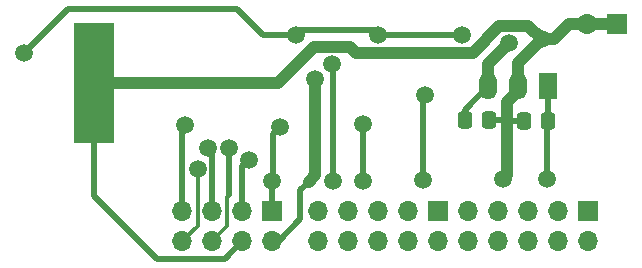
<source format=gbr>
%TF.GenerationSoftware,KiCad,Pcbnew,6.0.10-86aedd382b~118~ubuntu20.04.1*%
%TF.CreationDate,2023-08-02T00:09:12+02:00*%
%TF.ProjectId,power_board,706f7765-725f-4626-9f61-72642e6b6963,rev?*%
%TF.SameCoordinates,Original*%
%TF.FileFunction,Copper,L2,Bot*%
%TF.FilePolarity,Positive*%
%FSLAX46Y46*%
G04 Gerber Fmt 4.6, Leading zero omitted, Abs format (unit mm)*
G04 Created by KiCad (PCBNEW 6.0.10-86aedd382b~118~ubuntu20.04.1) date 2023-08-02 00:09:12*
%MOMM*%
%LPD*%
G01*
G04 APERTURE LIST*
G04 Aperture macros list*
%AMRoundRect*
0 Rectangle with rounded corners*
0 $1 Rounding radius*
0 $2 $3 $4 $5 $6 $7 $8 $9 X,Y pos of 4 corners*
0 Add a 4 corners polygon primitive as box body*
4,1,4,$2,$3,$4,$5,$6,$7,$8,$9,$2,$3,0*
0 Add four circle primitives for the rounded corners*
1,1,$1+$1,$2,$3*
1,1,$1+$1,$4,$5*
1,1,$1+$1,$6,$7*
1,1,$1+$1,$8,$9*
0 Add four rect primitives between the rounded corners*
20,1,$1+$1,$2,$3,$4,$5,0*
20,1,$1+$1,$4,$5,$6,$7,0*
20,1,$1+$1,$6,$7,$8,$9,0*
20,1,$1+$1,$8,$9,$2,$3,0*%
G04 Aperture macros list end*
%TA.AperFunction,ComponentPad*%
%ADD10C,0.600000*%
%TD*%
%TA.AperFunction,SMDPad,CuDef*%
%ADD11R,3.400000X10.160000*%
%TD*%
%TA.AperFunction,ComponentPad*%
%ADD12R,1.500000X2.300000*%
%TD*%
%TA.AperFunction,ComponentPad*%
%ADD13O,1.500000X2.300000*%
%TD*%
%TA.AperFunction,ComponentPad*%
%ADD14R,1.700000X1.700000*%
%TD*%
%TA.AperFunction,ComponentPad*%
%ADD15O,1.700000X1.700000*%
%TD*%
%TA.AperFunction,SMDPad,CuDef*%
%ADD16RoundRect,0.250000X0.337500X0.475000X-0.337500X0.475000X-0.337500X-0.475000X0.337500X-0.475000X0*%
%TD*%
%TA.AperFunction,SMDPad,CuDef*%
%ADD17RoundRect,0.250000X-0.337500X-0.475000X0.337500X-0.475000X0.337500X0.475000X-0.337500X0.475000X0*%
%TD*%
%TA.AperFunction,ViaPad*%
%ADD18C,1.500000*%
%TD*%
%TA.AperFunction,Conductor*%
%ADD19C,0.500000*%
%TD*%
%TA.AperFunction,Conductor*%
%ADD20C,1.000000*%
%TD*%
%TA.AperFunction,Conductor*%
%ADD21C,0.300000*%
%TD*%
G04 APERTURE END LIST*
D10*
%TO.P,U2,17,GND(PPAD)*%
%TO.N,GND*%
X135770800Y-97917800D03*
X134670800Y-90805800D03*
X133570800Y-97917800D03*
X135770800Y-90805800D03*
X135770800Y-89916800D03*
X135770800Y-98806800D03*
D11*
X134670800Y-94361800D03*
D10*
X133570800Y-98806800D03*
X133570800Y-89916800D03*
X134670800Y-98806800D03*
X134670800Y-97917800D03*
X133570800Y-90805800D03*
X134670800Y-89916800D03*
%TD*%
D12*
%TO.P,U1,1,IN*%
%TO.N,+12V*%
X173151800Y-94691200D03*
D13*
%TO.P,U1,2,GND*%
%TO.N,GND*%
X170611800Y-94691200D03*
%TO.P,U1,3,OUT*%
%TO.N,+5V*%
X168071800Y-94691200D03*
%TD*%
D14*
%TO.P,J3,1,Pin_1*%
%TO.N,+12V*%
X149800000Y-105225000D03*
D15*
%TO.P,J3,2,Pin_2*%
%TO.N,/Batt+*%
X149800000Y-107765000D03*
%TO.P,J3,3,Pin_3*%
%TO.N,/Network-LED*%
X147260000Y-105225000D03*
%TO.P,J3,4,Pin_4*%
%TO.N,GND*%
X147260000Y-107765000D03*
%TO.P,J3,5,Pin_5*%
%TO.N,/GPS-LED*%
X144720000Y-105225000D03*
%TO.P,J3,6,Pin_6*%
%TO.N,/BOOT-LED*%
X144720000Y-107765000D03*
%TO.P,J3,7,Pin_7*%
%TO.N,+5V*%
X142180000Y-105225000D03*
%TO.P,J3,8,Pin_8*%
%TO.N,/Button-Pin*%
X142180000Y-107765000D03*
%TD*%
D14*
%TO.P,J8,1,Pin_1*%
%TO.N,GND*%
X178968400Y-89433400D03*
D15*
%TO.P,J8,2,Pin_2*%
X176428400Y-89433400D03*
%TD*%
D14*
%TO.P,J7,1,Pin_1*%
%TO.N,/GPS-LED*%
X163850000Y-105210000D03*
D15*
%TO.P,J7,2,Pin_2*%
%TO.N,/PHASE*%
X163850000Y-107750000D03*
%TO.P,J7,3,Pin_3*%
%TO.N,/BOOT-LED*%
X161310000Y-105210000D03*
%TO.P,J7,4,Pin_4*%
%TO.N,GND*%
X161310000Y-107750000D03*
%TO.P,J7,5,Pin_5*%
%TO.N,/Network-LED*%
X158770000Y-105210000D03*
%TO.P,J7,6,Pin_6*%
%TO.N,/nFault*%
X158770000Y-107750000D03*
%TO.P,J7,7,Pin_7*%
%TO.N,unconnected-(J7-Pad7)*%
X156230000Y-105210000D03*
%TO.P,J7,8,Pin_8*%
%TO.N,/ENABLE*%
X156230000Y-107750000D03*
%TO.P,J7,9,Pin_9*%
%TO.N,/Button-Pin*%
X153690000Y-105210000D03*
%TO.P,J7,10,Pin_10*%
%TO.N,GND*%
X153690000Y-107750000D03*
%TD*%
D16*
%TO.P,C4,1*%
%TO.N,+12V*%
X173151800Y-97586800D03*
%TO.P,C4,2*%
%TO.N,GND*%
X171076800Y-97586800D03*
%TD*%
D17*
%TO.P,C3,1*%
%TO.N,+5V*%
X166094500Y-97536000D03*
%TO.P,C3,2*%
%TO.N,GND*%
X168169500Y-97536000D03*
%TD*%
D14*
%TO.P,J2,1,Pin_1*%
%TO.N,unconnected-(J2-Pad1)*%
X176550000Y-105210000D03*
D15*
%TO.P,J2,2,Pin_2*%
%TO.N,+5V*%
X176550000Y-107750000D03*
%TO.P,J2,3,Pin_3*%
%TO.N,unconnected-(J2-Pad3)*%
X174010000Y-105210000D03*
%TO.P,J2,4,Pin_4*%
%TO.N,+5V*%
X174010000Y-107750000D03*
%TO.P,J2,5,Pin_5*%
%TO.N,unconnected-(J2-Pad5)*%
X171470000Y-105210000D03*
%TO.P,J2,6,Pin_6*%
%TO.N,GND*%
X171470000Y-107750000D03*
%TO.P,J2,7,Pin_7*%
%TO.N,unconnected-(J2-Pad7)*%
X168930000Y-105210000D03*
%TO.P,J2,8,Pin_8*%
%TO.N,unconnected-(J2-Pad8)*%
X168930000Y-107750000D03*
%TO.P,J2,9,Pin_9*%
%TO.N,GND*%
X166390000Y-105210000D03*
%TO.P,J2,10,Pin_10*%
%TO.N,unconnected-(J2-Pad10)*%
X166390000Y-107750000D03*
%TD*%
D18*
%TO.N,+12V*%
X150449900Y-98125900D03*
X173024800Y-102489000D03*
X149800000Y-102708400D03*
%TO.N,/Batt+*%
X153441400Y-94081600D03*
%TO.N,GND*%
X169341800Y-102514400D03*
X172593000Y-90703400D03*
%TO.N,+5V*%
X142392400Y-97917000D03*
X169799000Y-91033600D03*
%TO.N,/Network-LED*%
X147777200Y-100888800D03*
%TO.N,/GPS-LED*%
X144373600Y-99923600D03*
%TO.N,/BOOT-LED*%
X146148875Y-99895475D03*
%TO.N,/Button-Pin*%
X143459200Y-101701600D03*
%TO.N,Net-(J4-Pad2)*%
X165811200Y-90373200D03*
X158775400Y-90367500D03*
X151765000Y-90367500D03*
X128778000Y-91871800D03*
%TO.N,/PHASE*%
X162510000Y-102640600D03*
X162727825Y-95448300D03*
%TO.N,/nFault*%
X157480000Y-97847800D03*
X157480000Y-102666800D03*
%TO.N,/ENABLE*%
X154940000Y-102666800D03*
X154829000Y-92766500D03*
%TD*%
D19*
%TO.N,+12V*%
X173024800Y-97713800D02*
X173151800Y-97586800D01*
X149885400Y-98690400D02*
X149885400Y-102623000D01*
X149885400Y-102623000D02*
X149800000Y-102708400D01*
X173024800Y-102489000D02*
X173024800Y-97713800D01*
X173151800Y-94691200D02*
X173151800Y-97586800D01*
X150449900Y-98125900D02*
X149885400Y-98690400D01*
X149800000Y-102708400D02*
X149800000Y-105225000D01*
%TO.N,/Batt+*%
X152882600Y-102743000D02*
X152171400Y-103454200D01*
X152171400Y-105943400D02*
X150349800Y-107765000D01*
X150349800Y-107765000D02*
X149800000Y-107765000D01*
D20*
X153441400Y-102184200D02*
X152882600Y-102743000D01*
D19*
X152171400Y-103454200D02*
X152171400Y-105943400D01*
D20*
X153441400Y-94081600D02*
X153441400Y-102184200D01*
%TO.N,GND*%
X166748800Y-91823200D02*
X156847200Y-91823200D01*
X170611800Y-92684600D02*
X170611800Y-94691200D01*
D19*
X134670800Y-103936800D02*
X134670800Y-94361800D01*
D20*
X169672000Y-95986600D02*
X170611800Y-95046800D01*
X150240200Y-94361800D02*
X134670800Y-94361800D01*
D19*
X169672000Y-97536000D02*
X169722800Y-97586800D01*
X140004800Y-109270800D02*
X134670800Y-103936800D01*
D20*
X170611800Y-95046800D02*
X170611800Y-94691200D01*
X176428400Y-89433400D02*
X178968400Y-89433400D01*
X172593000Y-90703400D02*
X173634400Y-90703400D01*
X172593000Y-90703400D02*
X171473200Y-89583600D01*
D19*
X168169500Y-97536000D02*
X169672000Y-97536000D01*
D20*
X156340500Y-91316500D02*
X153285500Y-91316500D01*
D19*
X147260000Y-107765000D02*
X145754200Y-109270800D01*
D20*
X174904400Y-89433400D02*
X176428400Y-89433400D01*
X173634400Y-90703400D02*
X174904400Y-89433400D01*
X169672000Y-97536000D02*
X169672000Y-95986600D01*
X168988400Y-89583600D02*
X166748800Y-91823200D01*
X172593000Y-90703400D02*
X170611800Y-92684600D01*
X156847200Y-91823200D02*
X156340500Y-91316500D01*
D19*
X145754200Y-109270800D02*
X140004800Y-109270800D01*
D20*
X153285500Y-91316500D02*
X150240200Y-94361800D01*
X169672000Y-102184200D02*
X169341800Y-102514400D01*
D19*
X169722800Y-97586800D02*
X171076800Y-97586800D01*
D20*
X171473200Y-89583600D02*
X168988400Y-89583600D01*
X169672000Y-97536000D02*
X169672000Y-102184200D01*
%TO.N,+5V*%
X168071800Y-92760800D02*
X168071800Y-94691200D01*
D19*
X142392400Y-97917000D02*
X142180000Y-98129400D01*
X166094500Y-97536000D02*
X166094500Y-96668500D01*
X142180000Y-98129400D02*
X142180000Y-105225000D01*
X166094500Y-96668500D02*
X168071800Y-94691200D01*
D20*
X169799000Y-91033600D02*
X168071800Y-92760800D01*
D19*
%TO.N,/Network-LED*%
X147260000Y-101406000D02*
X147260000Y-105225000D01*
X147777200Y-100888800D02*
X147260000Y-101406000D01*
%TO.N,/GPS-LED*%
X144703800Y-100253800D02*
X144703800Y-105208800D01*
X144373600Y-99923600D02*
X144703800Y-100253800D01*
X144703800Y-105208800D02*
X144720000Y-105225000D01*
D21*
%TO.N,/BOOT-LED*%
X146126200Y-103886000D02*
X145973800Y-104038400D01*
D19*
X146148875Y-99895475D02*
X146148875Y-103863325D01*
D21*
X145973800Y-106511200D02*
X144720000Y-107765000D01*
D19*
X146148875Y-103863325D02*
X146126200Y-103886000D01*
D21*
X145973800Y-104038400D02*
X145973800Y-106511200D01*
%TO.N,/Button-Pin*%
X143459200Y-106485800D02*
X142180000Y-107765000D01*
X143459200Y-101701600D02*
X143459200Y-106485800D01*
D19*
%TO.N,Net-(J4-Pad2)*%
X151765000Y-90367500D02*
X152216500Y-89916000D01*
X165811200Y-90373200D02*
X158781100Y-90373200D01*
X158323900Y-89916000D02*
X158775400Y-90367500D01*
X146812000Y-88138000D02*
X149041500Y-90367500D01*
X158781100Y-90373200D02*
X158775400Y-90367500D01*
X132511800Y-88138000D02*
X146812000Y-88138000D01*
X149041500Y-90367500D02*
X151765000Y-90367500D01*
X152216500Y-89916000D02*
X158323900Y-89916000D01*
X128778000Y-91871800D02*
X132511800Y-88138000D01*
%TO.N,/PHASE*%
X162560000Y-95616125D02*
X162727825Y-95448300D01*
X162560000Y-102590600D02*
X162560000Y-95616125D01*
X162510000Y-102640600D02*
X162560000Y-102590600D01*
%TO.N,/nFault*%
X157480000Y-97847800D02*
X157480000Y-102666800D01*
%TO.N,/ENABLE*%
X154940000Y-92877500D02*
X154829000Y-92766500D01*
X154940000Y-102666800D02*
X154940000Y-92877500D01*
%TD*%
M02*

</source>
